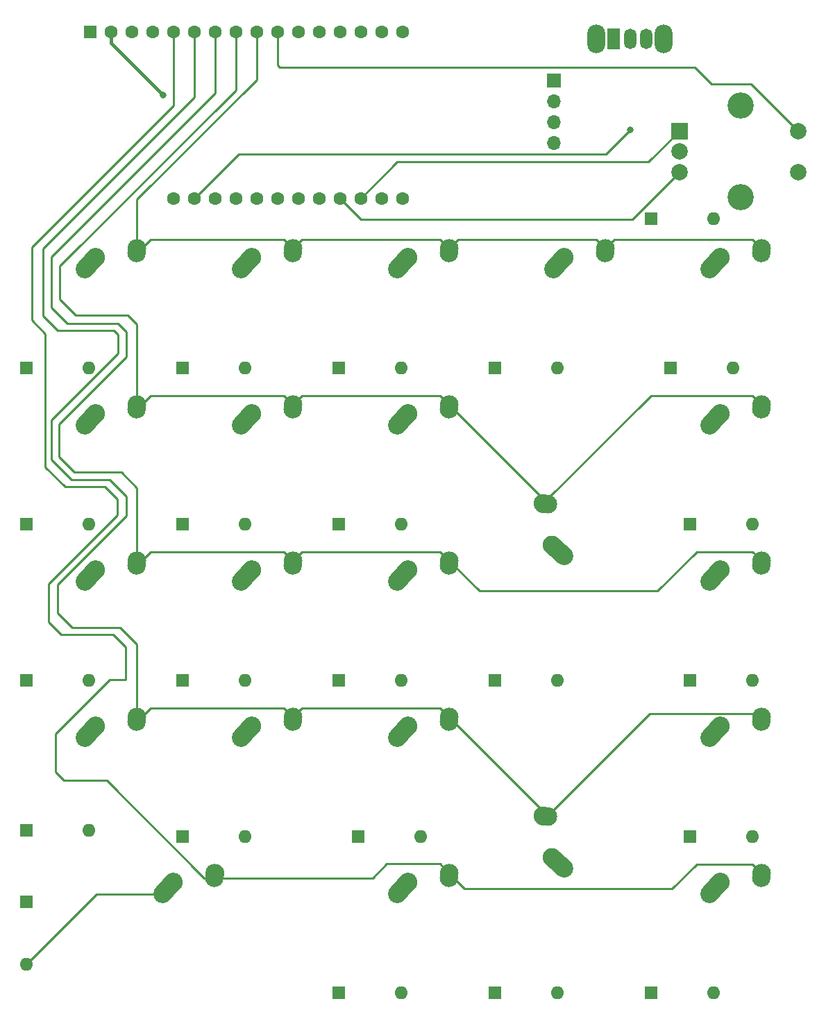
<source format=gbl>
G04 #@! TF.GenerationSoftware,KiCad,Pcbnew,(6.0.8)*
G04 #@! TF.CreationDate,2022-10-30T18:54:34+01:00*
G04 #@! TF.ProjectId,Project-macropad-V2,50726f6a-6563-4742-9d6d-6163726f7061,rev?*
G04 #@! TF.SameCoordinates,Original*
G04 #@! TF.FileFunction,Copper,L2,Bot*
G04 #@! TF.FilePolarity,Positive*
%FSLAX46Y46*%
G04 Gerber Fmt 4.6, Leading zero omitted, Abs format (unit mm)*
G04 Created by KiCad (PCBNEW (6.0.8)) date 2022-10-30 18:54:34*
%MOMM*%
%LPD*%
G01*
G04 APERTURE LIST*
G04 Aperture macros list*
%AMHorizOval*
0 Thick line with rounded ends*
0 $1 width*
0 $2 $3 position (X,Y) of the first rounded end (center of the circle)*
0 $4 $5 position (X,Y) of the second rounded end (center of the circle)*
0 Add line between two ends*
20,1,$1,$2,$3,$4,$5,0*
0 Add two circle primitives to create the rounded ends*
1,1,$1,$2,$3*
1,1,$1,$4,$5*%
G04 Aperture macros list end*
G04 #@! TA.AperFunction,ComponentPad*
%ADD10C,2.250000*%
G04 #@! TD*
G04 #@! TA.AperFunction,ComponentPad*
%ADD11HorizOval,2.250000X0.655001X0.730000X-0.655001X-0.730000X0*%
G04 #@! TD*
G04 #@! TA.AperFunction,ComponentPad*
%ADD12HorizOval,2.250000X0.020000X0.290000X-0.020000X-0.290000X0*%
G04 #@! TD*
G04 #@! TA.AperFunction,ComponentPad*
%ADD13R,1.600000X1.600000*%
G04 #@! TD*
G04 #@! TA.AperFunction,ComponentPad*
%ADD14O,1.600000X1.600000*%
G04 #@! TD*
G04 #@! TA.AperFunction,ComponentPad*
%ADD15R,1.700000X1.700000*%
G04 #@! TD*
G04 #@! TA.AperFunction,ComponentPad*
%ADD16O,1.700000X1.700000*%
G04 #@! TD*
G04 #@! TA.AperFunction,ComponentPad*
%ADD17HorizOval,2.250000X-0.730000X0.655001X0.730000X-0.655001X0*%
G04 #@! TD*
G04 #@! TA.AperFunction,ComponentPad*
%ADD18HorizOval,2.250000X-0.290000X0.020000X0.290000X-0.020000X0*%
G04 #@! TD*
G04 #@! TA.AperFunction,ComponentPad*
%ADD19R,2.000000X2.000000*%
G04 #@! TD*
G04 #@! TA.AperFunction,ComponentPad*
%ADD20C,2.000000*%
G04 #@! TD*
G04 #@! TA.AperFunction,ComponentPad*
%ADD21C,3.200000*%
G04 #@! TD*
G04 #@! TA.AperFunction,ComponentPad*
%ADD22O,1.500000X2.500000*%
G04 #@! TD*
G04 #@! TA.AperFunction,ComponentPad*
%ADD23R,1.500000X2.500000*%
G04 #@! TD*
G04 #@! TA.AperFunction,ComponentPad*
%ADD24O,2.200000X3.500000*%
G04 #@! TD*
G04 #@! TA.AperFunction,ComponentPad*
%ADD25C,1.600000*%
G04 #@! TD*
G04 #@! TA.AperFunction,ViaPad*
%ADD26C,0.800000*%
G04 #@! TD*
G04 #@! TA.AperFunction,Conductor*
%ADD27C,0.254000*%
G04 #@! TD*
G04 #@! TA.AperFunction,Conductor*
%ADD28C,0.381000*%
G04 #@! TD*
G04 APERTURE END LIST*
D10*
G04 #@! TO.P,MX6,1,COL*
G04 #@! TO.N,Net-(D6-Pad2)*
X137200000Y-53150000D03*
D11*
X136545001Y-53880000D03*
D12*
G04 #@! TO.P,MX6,2,ROW*
G04 #@! TO.N,ROW1*
X142220000Y-52360000D03*
D10*
X142240000Y-52070000D03*
G04 #@! TD*
D13*
G04 #@! TO.P,D13,1,K*
G04 #@! TO.N,COL2*
X150177500Y-123825000D03*
D14*
G04 #@! TO.P,D13,2,A*
G04 #@! TO.N,Net-(D13-Pad2)*
X157797500Y-123825000D03*
G04 #@! TD*
D15*
G04 #@! TO.P,J1,1,Pin_1*
G04 #@! TO.N,GND*
X174079000Y-31611000D03*
D16*
G04 #@! TO.P,J1,2,Pin_2*
G04 #@! TO.N,+3V3*
X174079000Y-34151000D03*
G04 #@! TO.P,J1,3,Pin_3*
G04 #@! TO.N,SCL*
X174079000Y-36691000D03*
G04 #@! TO.P,J1,4,Pin_4*
G04 #@! TO.N,SDA*
X174079000Y-39231000D03*
G04 #@! TD*
D11*
G04 #@! TO.P,MX18,1,COL*
G04 #@! TO.N,Net-(D18-Pad2)*
X193695001Y-53880000D03*
D10*
X194350000Y-53150000D03*
D12*
G04 #@! TO.P,MX18,2,ROW*
G04 #@! TO.N,ROW1*
X199370000Y-52360000D03*
D10*
X199390000Y-52070000D03*
G04 #@! TD*
D14*
G04 #@! TO.P,D4,2,A*
G04 #@! TO.N,Net-(D4-Pad2)*
X117316250Y-123031250D03*
D13*
G04 #@! TO.P,D4,1,K*
G04 #@! TO.N,COL0*
X109696250Y-123031250D03*
G04 #@! TD*
D17*
G04 #@! TO.P,MX16,1,COL*
G04 #@! TO.N,Net-(D16-Pad2)*
X174530000Y-88879999D03*
D10*
X173800000Y-88225000D03*
D18*
G04 #@! TO.P,MX16,2,ROW*
G04 #@! TO.N,ROW2*
X173010000Y-83205000D03*
D10*
X172720000Y-83185000D03*
G04 #@! TD*
G04 #@! TO.P,MX20,1,COL*
G04 #@! TO.N,Net-(D20-Pad2)*
X194350000Y-91250000D03*
D11*
X193695001Y-91980000D03*
D10*
G04 #@! TO.P,MX20,2,ROW*
G04 #@! TO.N,ROW3*
X199390000Y-90170000D03*
D12*
X199370000Y-90460000D03*
G04 #@! TD*
D10*
G04 #@! TO.P,MX1,1,COL*
G04 #@! TO.N,Net-(D1-Pad2)*
X118150000Y-53150000D03*
D11*
X117495001Y-53880000D03*
D12*
G04 #@! TO.P,MX1,2,ROW*
G04 #@! TO.N,ROW1*
X123170000Y-52360000D03*
D10*
X123190000Y-52070000D03*
G04 #@! TD*
G04 #@! TO.P,MX13,1,COL*
G04 #@! TO.N,Net-(D13-Pad2)*
X156250000Y-110300000D03*
D11*
X155595001Y-111030000D03*
D10*
G04 #@! TO.P,MX13,2,ROW*
G04 #@! TO.N,ROW4*
X161290000Y-109220000D03*
D12*
X161270000Y-109510000D03*
G04 #@! TD*
D13*
G04 #@! TO.P,D11,1,K*
G04 #@! TO.N,COL2*
X147796250Y-85725000D03*
D14*
G04 #@! TO.P,D11,2,A*
G04 #@! TO.N,Net-(D11-Pad2)*
X155416250Y-85725000D03*
G04 #@! TD*
D17*
G04 #@! TO.P,MX17,1,COL*
G04 #@! TO.N,Net-(D17-Pad2)*
X174530000Y-126979999D03*
D10*
X173800000Y-126325000D03*
D18*
G04 #@! TO.P,MX17,2,ROW*
G04 #@! TO.N,ROW4*
X173010000Y-121305000D03*
D10*
X172720000Y-121285000D03*
G04 #@! TD*
D14*
G04 #@! TO.P,D3,2,A*
G04 #@! TO.N,Net-(D3-Pad2)*
X117316250Y-104775000D03*
D13*
G04 #@! TO.P,D3,1,K*
G04 #@! TO.N,COL0*
X109696250Y-104775000D03*
G04 #@! TD*
G04 #@! TO.P,D7,1,K*
G04 #@! TO.N,COL1*
X128746250Y-85725000D03*
D14*
G04 #@! TO.P,D7,2,A*
G04 #@! TO.N,Net-(D7-Pad2)*
X136366250Y-85725000D03*
G04 #@! TD*
D10*
G04 #@! TO.P,MX7,1,COL*
G04 #@! TO.N,Net-(D7-Pad2)*
X137200000Y-72200000D03*
D11*
X136545001Y-72930000D03*
D12*
G04 #@! TO.P,MX7,2,ROW*
G04 #@! TO.N,ROW2*
X142220000Y-71410000D03*
D10*
X142240000Y-71120000D03*
G04 #@! TD*
D11*
G04 #@! TO.P,MX10,1,COL*
G04 #@! TO.N,Net-(D10-Pad2)*
X155595001Y-53880000D03*
D10*
X156250000Y-53150000D03*
G04 #@! TO.P,MX10,2,ROW*
G04 #@! TO.N,ROW1*
X161290000Y-52070000D03*
D12*
X161270000Y-52360000D03*
G04 #@! TD*
D10*
G04 #@! TO.P,MX14,1,COL*
G04 #@! TO.N,Net-(D14-Pad2)*
X156250000Y-129350000D03*
D11*
X155595001Y-130080000D03*
D12*
G04 #@! TO.P,MX14,2,ROW*
G04 #@! TO.N,ROW5*
X161270000Y-128560000D03*
D10*
X161290000Y-128270000D03*
G04 #@! TD*
D13*
G04 #@! TO.P,D14,1,K*
G04 #@! TO.N,COL2*
X147796250Y-142875000D03*
D14*
G04 #@! TO.P,D14,2,A*
G04 #@! TO.N,Net-(D14-Pad2)*
X155416250Y-142875000D03*
G04 #@! TD*
D13*
G04 #@! TO.P,D19,1,K*
G04 #@! TO.N,COL4*
X190658750Y-85725000D03*
D14*
G04 #@! TO.P,D19,2,A*
G04 #@! TO.N,Net-(D19-Pad2)*
X198278750Y-85725000D03*
G04 #@! TD*
D13*
G04 #@! TO.P,D9,1,K*
G04 #@! TO.N,COL1*
X128746250Y-123825000D03*
D14*
G04 #@! TO.P,D9,2,A*
G04 #@! TO.N,Net-(D9-Pad2)*
X136366250Y-123825000D03*
G04 #@! TD*
G04 #@! TO.P,D1,2,A*
G04 #@! TO.N,Net-(D1-Pad2)*
X117316250Y-66675000D03*
D13*
G04 #@! TO.P,D1,1,K*
G04 #@! TO.N,COL0*
X109696250Y-66675000D03*
G04 #@! TD*
G04 #@! TO.P,D5,1,K*
G04 #@! TO.N,COL0*
X109696250Y-131762500D03*
D14*
G04 #@! TO.P,D5,2,A*
G04 #@! TO.N,Net-(D5-Pad2)*
X109696250Y-139382500D03*
G04 #@! TD*
D11*
G04 #@! TO.P,MX11,1,COL*
G04 #@! TO.N,Net-(D11-Pad2)*
X155595001Y-72930000D03*
D10*
X156250000Y-72200000D03*
D12*
G04 #@! TO.P,MX11,2,ROW*
G04 #@! TO.N,ROW2*
X161270000Y-71410000D03*
D10*
X161290000Y-71120000D03*
G04 #@! TD*
D19*
G04 #@! TO.P,SW1,A,A*
G04 #@! TO.N,ROT1*
X189366798Y-37748048D03*
D20*
G04 #@! TO.P,SW1,B,B*
G04 #@! TO.N,ROT2*
X189366798Y-42748048D03*
G04 #@! TO.P,SW1,C,C*
G04 #@! TO.N,GND*
X189366798Y-40248048D03*
D21*
G04 #@! TO.P,SW1,MP*
G04 #@! TO.N,N/C*
X196866798Y-45848048D03*
X196866798Y-34648048D03*
D20*
G04 #@! TO.P,SW1,S1,S1*
G04 #@! TO.N,Net-(D23-Pad2)*
X203866798Y-42748048D03*
G04 #@! TO.P,SW1,S2,S2*
G04 #@! TO.N,ROW0*
X203866798Y-37748048D03*
G04 #@! TD*
D13*
G04 #@! TO.P,D12,1,K*
G04 #@! TO.N,COL2*
X147796250Y-104775000D03*
D14*
G04 #@! TO.P,D12,2,A*
G04 #@! TO.N,Net-(D12-Pad2)*
X155416250Y-104775000D03*
G04 #@! TD*
D22*
G04 #@! TO.P,SW3,3,C*
G04 #@! TO.N,unconnected-(SW3-Pad3)*
X185356250Y-26491250D03*
G04 #@! TO.P,SW3,2,B*
G04 #@! TO.N,Net-(A1-Pad27)*
X183356250Y-26491250D03*
D23*
G04 #@! TO.P,SW3,1,A*
G04 #@! TO.N,GND*
X181356250Y-26491250D03*
D24*
G04 #@! TO.P,SW3,*
G04 #@! TO.N,*
X187456250Y-26491250D03*
X179256250Y-26491250D03*
G04 #@! TD*
D13*
G04 #@! TO.P,A1,1,~{RESET}*
G04 #@! TO.N,Net-(A1-Pad1)*
X117475000Y-25666250D03*
D25*
G04 #@! TO.P,A1,2,3V3*
G04 #@! TO.N,+3V3*
X120015000Y-25666250D03*
G04 #@! TO.P,A1,3,AREF*
G04 #@! TO.N,unconnected-(A1-Pad3)*
X122555000Y-25666250D03*
G04 #@! TO.P,A1,4,GND*
G04 #@! TO.N,GND*
X125095000Y-25666250D03*
G04 #@! TO.P,A1,5,A0*
G04 #@! TO.N,ROW5*
X127635000Y-25666250D03*
G04 #@! TO.P,A1,6,A1*
G04 #@! TO.N,ROW4*
X130175000Y-25666250D03*
G04 #@! TO.P,A1,7,A2*
G04 #@! TO.N,ROW3*
X132715000Y-25666250D03*
G04 #@! TO.P,A1,8,A3*
G04 #@! TO.N,ROW2*
X135255000Y-25666250D03*
G04 #@! TO.P,A1,9,A4*
G04 #@! TO.N,ROW1*
X137795000Y-25666250D03*
G04 #@! TO.P,A1,10,A5*
G04 #@! TO.N,ROW0*
X140335000Y-25666250D03*
G04 #@! TO.P,A1,11,SCK/D15*
G04 #@! TO.N,unconnected-(A1-Pad11)*
X142875000Y-25666250D03*
G04 #@! TO.P,A1,12,MOSI/D16*
G04 #@! TO.N,unconnected-(A1-Pad12)*
X145415000Y-25666250D03*
G04 #@! TO.P,A1,13,MISO/D14*
G04 #@! TO.N,unconnected-(A1-Pad13)*
X147955000Y-25666250D03*
G04 #@! TO.P,A1,14,RX/D0*
G04 #@! TO.N,unconnected-(A1-Pad14)*
X150495000Y-25666250D03*
G04 #@! TO.P,A1,15,TX/D1*
G04 #@! TO.N,unconnected-(A1-Pad15)*
X153035000Y-25666250D03*
G04 #@! TO.P,A1,16,~{DFU}*
G04 #@! TO.N,unconnected-(A1-Pad16)*
X155575000Y-25666250D03*
G04 #@! TO.P,A1,17,SDA/D2*
G04 #@! TO.N,SDA*
X155575000Y-45986250D03*
G04 #@! TO.P,A1,18,SCL/D3*
G04 #@! TO.N,SCL*
X153035000Y-45986250D03*
G04 #@! TO.P,A1,19,D5*
G04 #@! TO.N,ROT1*
X150495000Y-45986250D03*
G04 #@! TO.P,A1,20,D6*
G04 #@! TO.N,ROT2*
X147955000Y-45986250D03*
G04 #@! TO.P,A1,21,D9*
G04 #@! TO.N,COL4*
X145415000Y-45986250D03*
G04 #@! TO.P,A1,22,D10*
G04 #@! TO.N,COL3*
X142875000Y-45986250D03*
G04 #@! TO.P,A1,23,D11*
G04 #@! TO.N,COL2*
X140335000Y-45986250D03*
G04 #@! TO.P,A1,24,D12*
G04 #@! TO.N,COL1*
X137795000Y-45986250D03*
G04 #@! TO.P,A1,25,D13*
G04 #@! TO.N,COL0*
X135255000Y-45986250D03*
G04 #@! TO.P,A1,26,USB*
G04 #@! TO.N,unconnected-(A1-Pad26)*
X132715000Y-45986250D03*
G04 #@! TO.P,A1,27,EN*
G04 #@! TO.N,Net-(A1-Pad27)*
X130175000Y-45986250D03*
G04 #@! TO.P,A1,28,VBAT*
G04 #@! TO.N,unconnected-(A1-Pad28)*
X127635000Y-45986250D03*
G04 #@! TD*
D11*
G04 #@! TO.P,MX3,1,COL*
G04 #@! TO.N,Net-(D3-Pad2)*
X117495001Y-91980000D03*
D10*
X118150000Y-91250000D03*
D12*
G04 #@! TO.P,MX3,2,ROW*
G04 #@! TO.N,ROW3*
X123170000Y-90460000D03*
D10*
X123190000Y-90170000D03*
G04 #@! TD*
D14*
G04 #@! TO.P,D23,2,A*
G04 #@! TO.N,Net-(D23-Pad2)*
X193516250Y-48418750D03*
D13*
G04 #@! TO.P,D23,1,K*
G04 #@! TO.N,COL4*
X185896250Y-48418750D03*
G04 #@! TD*
G04 #@! TO.P,D10,1,K*
G04 #@! TO.N,COL2*
X147796250Y-66675000D03*
D14*
G04 #@! TO.P,D10,2,A*
G04 #@! TO.N,Net-(D10-Pad2)*
X155416250Y-66675000D03*
G04 #@! TD*
D11*
G04 #@! TO.P,MX9,1,COL*
G04 #@! TO.N,Net-(D9-Pad2)*
X136545001Y-111030000D03*
D10*
X137200000Y-110300000D03*
D12*
G04 #@! TO.P,MX9,2,ROW*
G04 #@! TO.N,ROW4*
X142220000Y-109510000D03*
D10*
X142240000Y-109220000D03*
G04 #@! TD*
D13*
G04 #@! TO.P,D22,1,K*
G04 #@! TO.N,COL4*
X185896250Y-142875000D03*
D14*
G04 #@! TO.P,D22,2,A*
G04 #@! TO.N,Net-(D22-Pad2)*
X193516250Y-142875000D03*
G04 #@! TD*
D13*
G04 #@! TO.P,D20,1,K*
G04 #@! TO.N,COL4*
X190658750Y-104775000D03*
D14*
G04 #@! TO.P,D20,2,A*
G04 #@! TO.N,Net-(D20-Pad2)*
X198278750Y-104775000D03*
G04 #@! TD*
D11*
G04 #@! TO.P,MX19,1,COL*
G04 #@! TO.N,Net-(D19-Pad2)*
X193695001Y-72930000D03*
D10*
X194350000Y-72200000D03*
D12*
G04 #@! TO.P,MX19,2,ROW*
G04 #@! TO.N,ROW2*
X199370000Y-71410000D03*
D10*
X199390000Y-71120000D03*
G04 #@! TD*
G04 #@! TO.P,MX22,1,COL*
G04 #@! TO.N,Net-(D22-Pad2)*
X194350000Y-129350000D03*
D11*
X193695001Y-130080000D03*
D10*
G04 #@! TO.P,MX22,2,ROW*
G04 #@! TO.N,ROW5*
X199390000Y-128270000D03*
D12*
X199370000Y-128560000D03*
G04 #@! TD*
D11*
G04 #@! TO.P,MX2,1,COL*
G04 #@! TO.N,Net-(D2-Pad2)*
X117495001Y-72930000D03*
D10*
X118150000Y-72200000D03*
D12*
G04 #@! TO.P,MX2,2,ROW*
G04 #@! TO.N,ROW2*
X123170000Y-71410000D03*
D10*
X123190000Y-71120000D03*
G04 #@! TD*
D11*
G04 #@! TO.P,MX15,1,COL*
G04 #@! TO.N,Net-(D15-Pad2)*
X174645001Y-53880000D03*
D10*
X175300000Y-53150000D03*
G04 #@! TO.P,MX15,2,ROW*
G04 #@! TO.N,ROW1*
X180340000Y-52070000D03*
D12*
X180320000Y-52360000D03*
G04 #@! TD*
D13*
G04 #@! TO.P,D6,1,K*
G04 #@! TO.N,COL1*
X128746250Y-66675000D03*
D14*
G04 #@! TO.P,D6,2,A*
G04 #@! TO.N,Net-(D6-Pad2)*
X136366250Y-66675000D03*
G04 #@! TD*
D13*
G04 #@! TO.P,D8,1,K*
G04 #@! TO.N,COL1*
X128746250Y-104775000D03*
D14*
G04 #@! TO.P,D8,2,A*
G04 #@! TO.N,Net-(D8-Pad2)*
X136366250Y-104775000D03*
G04 #@! TD*
D10*
G04 #@! TO.P,MX4,1,COL*
G04 #@! TO.N,Net-(D4-Pad2)*
X118150000Y-110300000D03*
D11*
X117495001Y-111030000D03*
D10*
G04 #@! TO.P,MX4,2,ROW*
G04 #@! TO.N,ROW4*
X123190000Y-109220000D03*
D12*
X123170000Y-109510000D03*
G04 #@! TD*
D13*
G04 #@! TO.P,D15,1,K*
G04 #@! TO.N,COL3*
X166846250Y-66675000D03*
D14*
G04 #@! TO.P,D15,2,A*
G04 #@! TO.N,Net-(D15-Pad2)*
X174466250Y-66675000D03*
G04 #@! TD*
D10*
G04 #@! TO.P,MX8,1,COL*
G04 #@! TO.N,Net-(D8-Pad2)*
X137200000Y-91250000D03*
D11*
X136545001Y-91980000D03*
D10*
G04 #@! TO.P,MX8,2,ROW*
G04 #@! TO.N,ROW3*
X142240000Y-90170000D03*
D12*
X142220000Y-90460000D03*
G04 #@! TD*
D13*
G04 #@! TO.P,D16,1,K*
G04 #@! TO.N,COL3*
X166846250Y-104775000D03*
D14*
G04 #@! TO.P,D16,2,A*
G04 #@! TO.N,Net-(D16-Pad2)*
X174466250Y-104775000D03*
G04 #@! TD*
D10*
G04 #@! TO.P,MX5,1,COL*
G04 #@! TO.N,Net-(D5-Pad2)*
X127675000Y-129350000D03*
D11*
X127020001Y-130080000D03*
D12*
G04 #@! TO.P,MX5,2,ROW*
G04 #@! TO.N,ROW5*
X132695000Y-128560000D03*
D10*
X132715000Y-128270000D03*
G04 #@! TD*
G04 #@! TO.P,MX21,1,COL*
G04 #@! TO.N,Net-(D21-Pad2)*
X194350000Y-110300000D03*
D11*
X193695001Y-111030000D03*
D10*
G04 #@! TO.P,MX21,2,ROW*
G04 #@! TO.N,ROW4*
X199390000Y-109220000D03*
D12*
X199370000Y-109510000D03*
G04 #@! TD*
D13*
G04 #@! TO.P,D17,1,K*
G04 #@! TO.N,COL3*
X166846250Y-142875000D03*
D14*
G04 #@! TO.P,D17,2,A*
G04 #@! TO.N,Net-(D17-Pad2)*
X174466250Y-142875000D03*
G04 #@! TD*
G04 #@! TO.P,D2,2,A*
G04 #@! TO.N,Net-(D2-Pad2)*
X117316250Y-85725000D03*
D13*
G04 #@! TO.P,D2,1,K*
G04 #@! TO.N,COL0*
X109696250Y-85725000D03*
G04 #@! TD*
D11*
G04 #@! TO.P,MX12,1,COL*
G04 #@! TO.N,Net-(D12-Pad2)*
X155595001Y-91980000D03*
D10*
X156250000Y-91250000D03*
D12*
G04 #@! TO.P,MX12,2,ROW*
G04 #@! TO.N,ROW3*
X161270000Y-90460000D03*
D10*
X161290000Y-90170000D03*
G04 #@! TD*
D13*
G04 #@! TO.P,D18,1,K*
G04 #@! TO.N,COL4*
X188277500Y-66675000D03*
D14*
G04 #@! TO.P,D18,2,A*
G04 #@! TO.N,Net-(D18-Pad2)*
X195897500Y-66675000D03*
G04 #@! TD*
G04 #@! TO.P,D21,2,A*
G04 #@! TO.N,Net-(D21-Pad2)*
X198278750Y-123825000D03*
D13*
G04 #@! TO.P,D21,1,K*
G04 #@! TO.N,COL4*
X190658750Y-123825000D03*
G04 #@! TD*
D26*
G04 #@! TO.N,Net-(A1-Pad27)*
X183388000Y-37592000D03*
G04 #@! TO.N,+3V3*
X126365000Y-33401000D03*
G04 #@! TD*
D27*
G04 #@! TO.N,ROW5*
X127635000Y-34671000D02*
X127635000Y-25666250D01*
X110363000Y-51943000D02*
X127635000Y-34671000D01*
X110363000Y-60833000D02*
X110363000Y-51943000D01*
X112014000Y-62484000D02*
X110363000Y-60833000D01*
X112014000Y-78740000D02*
X112014000Y-62484000D01*
X114427000Y-81153000D02*
X112014000Y-78740000D01*
X119253000Y-81153000D02*
X114427000Y-81153000D01*
X120777000Y-82677000D02*
X119253000Y-81153000D01*
X120777000Y-84582000D02*
X120777000Y-82677000D01*
X112395000Y-92964000D02*
X120777000Y-84582000D01*
X112395000Y-97663000D02*
X112395000Y-92964000D01*
X113919000Y-99187000D02*
X112395000Y-97663000D01*
X120269000Y-99187000D02*
X113919000Y-99187000D01*
X121793000Y-100711000D02*
X120269000Y-99187000D01*
X113284000Y-111252000D02*
X119888000Y-104648000D01*
X114300000Y-116967000D02*
X113284000Y-115951000D01*
X119507000Y-116967000D02*
X114300000Y-116967000D01*
X119888000Y-104648000D02*
X121793000Y-104648000D01*
X132675000Y-128850000D02*
X131390000Y-128850000D01*
X131390000Y-128850000D02*
X119507000Y-116967000D01*
X113284000Y-115951000D02*
X113284000Y-111252000D01*
X121793000Y-104648000D02*
X121793000Y-100711000D01*
G04 #@! TO.N,ROW4*
X130175000Y-33655000D02*
X130175000Y-25666250D01*
X111760000Y-52070000D02*
X130175000Y-33655000D01*
X111760000Y-60325000D02*
X111760000Y-52070000D01*
X120396000Y-62103000D02*
X113538000Y-62103000D01*
X120904000Y-64897000D02*
X120904000Y-62611000D01*
X112776000Y-73025000D02*
X120904000Y-64897000D01*
X112776000Y-77851000D02*
X112776000Y-73025000D01*
X115189000Y-80264000D02*
X112776000Y-77851000D01*
X119888000Y-80264000D02*
X115189000Y-80264000D01*
X121920000Y-82296000D02*
X119888000Y-80264000D01*
X113538000Y-93091000D02*
X121920000Y-84709000D01*
X120904000Y-62611000D02*
X120396000Y-62103000D01*
X115316000Y-98298000D02*
X113538000Y-96520000D01*
X123190000Y-100330000D02*
X121158000Y-98298000D01*
X121920000Y-84709000D02*
X121920000Y-82296000D01*
X113538000Y-62103000D02*
X111760000Y-60325000D01*
X121158000Y-98298000D02*
X115316000Y-98298000D01*
X113538000Y-96520000D02*
X113538000Y-93091000D01*
X123190000Y-109220000D02*
X123190000Y-100330000D01*
G04 #@! TO.N,Net-(D5-Pad2)*
X118268750Y-130810000D02*
X109696250Y-139382500D01*
X126365000Y-130810000D02*
X118268750Y-130810000D01*
G04 #@! TO.N,Net-(A1-Pad27)*
X183388000Y-37592000D02*
X180421000Y-40559000D01*
X180421000Y-40559000D02*
X135602250Y-40559000D01*
X135602250Y-40559000D02*
X130175000Y-45986250D01*
D28*
G04 #@! TO.N,+3V3*
X120015000Y-27051000D02*
X120015000Y-25666250D01*
X126365000Y-33401000D02*
X120015000Y-27051000D01*
D27*
G04 #@! TO.N,ROT1*
X185585846Y-41529000D02*
X189366798Y-37748048D01*
X150495000Y-45986250D02*
X154952250Y-41529000D01*
X154952250Y-41529000D02*
X185585846Y-41529000D01*
G04 #@! TO.N,ROT2*
X150482750Y-48514000D02*
X147955000Y-45986250D01*
X183600846Y-48514000D02*
X150482750Y-48514000D01*
X189366798Y-42748048D02*
X183600846Y-48514000D01*
G04 #@! TO.N,ROW2*
X123190000Y-61341000D02*
X122047000Y-60198000D01*
X123190000Y-71120000D02*
X123190000Y-61341000D01*
X122047000Y-60198000D02*
X115697000Y-60198000D01*
X113792000Y-54229000D02*
X135255000Y-32766000D01*
X115697000Y-60198000D02*
X113792000Y-58293000D01*
X113792000Y-58293000D02*
X113792000Y-54229000D01*
X135255000Y-32766000D02*
X135255000Y-25666250D01*
G04 #@! TO.N,ROW0*
X140335000Y-29718000D02*
X140335000Y-25666250D01*
X140589000Y-29972000D02*
X140335000Y-29718000D01*
X191262000Y-29972000D02*
X140589000Y-29972000D01*
X193294000Y-32004000D02*
X191262000Y-29972000D01*
X198122750Y-32004000D02*
X193294000Y-32004000D01*
X203866798Y-37748048D02*
X198122750Y-32004000D01*
G04 #@! TO.N,ROW3*
X132715000Y-33147000D02*
X132715000Y-25666250D01*
X112776000Y-53086000D02*
X132715000Y-33147000D01*
X112776000Y-59309000D02*
X112776000Y-53086000D01*
X114681000Y-61214000D02*
X112776000Y-59309000D01*
X120904000Y-61214000D02*
X114681000Y-61214000D01*
X121920000Y-62230000D02*
X120904000Y-61214000D01*
X121920000Y-65278000D02*
X121920000Y-62230000D01*
X113665000Y-73533000D02*
X121920000Y-65278000D01*
X113665000Y-77470000D02*
X113665000Y-73533000D01*
X115570000Y-79375000D02*
X113665000Y-77470000D01*
X121285000Y-79375000D02*
X115570000Y-79375000D01*
X123190000Y-81280000D02*
X121285000Y-79375000D01*
X123190000Y-90170000D02*
X123190000Y-81280000D01*
G04 #@! TO.N,ROW1*
X137795000Y-31496000D02*
X137795000Y-25666250D01*
X123190000Y-46101000D02*
X137795000Y-31496000D01*
X123190000Y-52070000D02*
X123190000Y-46101000D01*
G04 #@! TO.N,ROW5*
X163177001Y-130157001D02*
X188485999Y-130157001D01*
X191498000Y-127145000D02*
X198265000Y-127145000D01*
X198265000Y-127145000D02*
X199390000Y-128270000D01*
X161290000Y-128270000D02*
X163177001Y-130157001D01*
X188485999Y-130157001D02*
X191498000Y-127145000D01*
X160147000Y-127127000D02*
X161290000Y-128270000D01*
X153670000Y-127127000D02*
X160147000Y-127127000D01*
X151947000Y-128850000D02*
X153670000Y-127127000D01*
X132675000Y-128850000D02*
X151947000Y-128850000D01*
G04 #@! TO.N,ROW4*
X198367604Y-108817604D02*
X199350000Y-109800000D01*
X185771435Y-108817604D02*
X198367604Y-108817604D01*
X173300000Y-121289039D02*
X185771435Y-108817604D01*
X173300000Y-121325000D02*
X173300000Y-121289039D01*
X161290000Y-109220000D02*
X173300000Y-121230000D01*
X173300000Y-121230000D02*
X173300000Y-121325000D01*
X160165000Y-108095000D02*
X161290000Y-109220000D01*
X143365000Y-108095000D02*
X160165000Y-108095000D01*
X142240000Y-109220000D02*
X143365000Y-108095000D01*
X141115000Y-108095000D02*
X142240000Y-109220000D01*
X123150000Y-109800000D02*
X124855000Y-108095000D01*
X124855000Y-108095000D02*
X141115000Y-108095000D01*
G04 #@! TO.N,ROW3*
X199350000Y-90130000D02*
X199350000Y-90750000D01*
X198265000Y-89045000D02*
X199350000Y-90130000D01*
X191498000Y-89045000D02*
X198265000Y-89045000D01*
X186690000Y-93853000D02*
X191498000Y-89045000D01*
X164973000Y-93853000D02*
X186690000Y-93853000D01*
X161290000Y-90170000D02*
X164973000Y-93853000D01*
X160165000Y-89045000D02*
X161290000Y-90170000D01*
X143365000Y-89045000D02*
X160165000Y-89045000D01*
X142240000Y-90170000D02*
X143365000Y-89045000D01*
X141115000Y-89045000D02*
X142240000Y-90170000D01*
X123150000Y-90750000D02*
X124855000Y-89045000D01*
X124855000Y-89045000D02*
X141115000Y-89045000D01*
G04 #@! TO.N,ROW2*
X198265000Y-69995000D02*
X199390000Y-71120000D01*
X172720000Y-83185000D02*
X185910000Y-69995000D01*
X185910000Y-69995000D02*
X198265000Y-69995000D01*
X172720000Y-82550000D02*
X172720000Y-83185000D01*
X161290000Y-71120000D02*
X172720000Y-82550000D01*
X160165000Y-69995000D02*
X161290000Y-71120000D01*
X143365000Y-69995000D02*
X160165000Y-69995000D01*
X142240000Y-71120000D02*
X143365000Y-69995000D01*
X141115000Y-69995000D02*
X142240000Y-71120000D01*
X124855000Y-69995000D02*
X141115000Y-69995000D01*
X123150000Y-71700000D02*
X124855000Y-69995000D01*
G04 #@! TO.N,ROW1*
X198265000Y-50945000D02*
X199390000Y-52070000D01*
X180340000Y-52070000D02*
X181465000Y-50945000D01*
X181465000Y-50945000D02*
X198265000Y-50945000D01*
X162415000Y-50945000D02*
X179215000Y-50945000D01*
X179215000Y-50945000D02*
X180340000Y-52070000D01*
X161290000Y-52070000D02*
X162415000Y-50945000D01*
X160165000Y-50945000D02*
X161290000Y-52070000D01*
X143365000Y-50945000D02*
X160165000Y-50945000D01*
X142240000Y-52070000D02*
X143365000Y-50945000D01*
X141115000Y-50945000D02*
X142240000Y-52070000D01*
X124855000Y-50945000D02*
X141115000Y-50945000D01*
X123150000Y-52650000D02*
X124855000Y-50945000D01*
G04 #@! TD*
M02*

</source>
